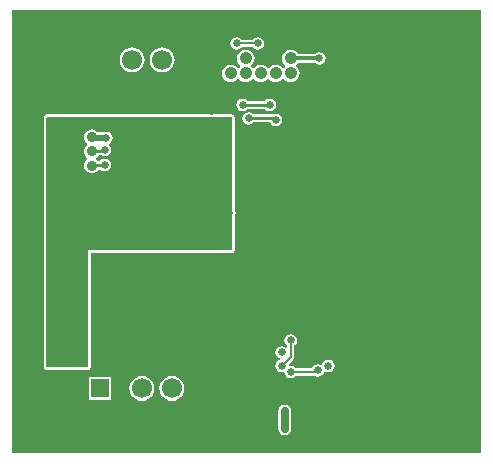
<source format=gbl>
G04*
G04 #@! TF.GenerationSoftware,Altium Limited,Altium Designer,18.0.12 (696)*
G04*
G04 Layer_Physical_Order=2*
G04 Layer_Color=8388608*
%FSAX24Y24*%
%MOIN*%
G70*
G01*
G75*
%ADD43C,0.0100*%
%ADD44C,0.0200*%
%ADD45C,0.0080*%
%ADD46C,0.0120*%
%ADD47C,0.0250*%
%ADD48R,0.0591X0.0591*%
%ADD49C,0.0591*%
%ADD50C,0.0669*%
%ADD51R,0.0669X0.0669*%
%ADD52C,0.0420*%
%ADD54C,0.1181*%
%ADD55C,0.0354*%
%ADD56C,0.0250*%
G36*
X038050Y023250D02*
X022400Y023250D01*
X022400Y038000D01*
X038050Y038000D01*
X038050Y023250D01*
D02*
G37*
%LPC*%
G36*
X030600Y037109D02*
X030520Y037093D01*
X030452Y037048D01*
X030435Y037022D01*
X030065D01*
X030048Y037048D01*
X029980Y037093D01*
X029900Y037109D01*
X029820Y037093D01*
X029752Y037048D01*
X029707Y036980D01*
X029691Y036900D01*
X029707Y036820D01*
X029752Y036752D01*
X029820Y036707D01*
X029900Y036691D01*
X029980Y036707D01*
X030048Y036752D01*
X030065Y036778D01*
X030435D01*
X030452Y036752D01*
X030520Y036707D01*
X030600Y036691D01*
X030680Y036707D01*
X030748Y036752D01*
X030793Y036820D01*
X030809Y036900D01*
X030793Y036980D01*
X030748Y037048D01*
X030680Y037093D01*
X030600Y037109D01*
D02*
G37*
G36*
X031700Y036693D02*
X031624Y036683D01*
X031554Y036653D01*
X031493Y036607D01*
X031447Y036546D01*
X031417Y036476D01*
X031407Y036400D01*
X031417Y036324D01*
X031447Y036254D01*
X031493Y036193D01*
X031517Y036175D01*
Y036125D01*
X031493Y036107D01*
X031475Y036083D01*
X031425D01*
X031407Y036107D01*
X031346Y036153D01*
X031276Y036183D01*
X031200Y036193D01*
X031124Y036183D01*
X031054Y036153D01*
X030993Y036107D01*
X030975Y036083D01*
X030925D01*
X030907Y036107D01*
X030846Y036153D01*
X030776Y036183D01*
X030700Y036193D01*
X030624Y036183D01*
X030554Y036153D01*
X030493Y036107D01*
X030475Y036083D01*
X030425D01*
X030407Y036107D01*
X030383Y036125D01*
Y036175D01*
X030407Y036193D01*
X030453Y036254D01*
X030483Y036324D01*
X030493Y036400D01*
X030483Y036476D01*
X030453Y036546D01*
X030407Y036607D01*
X030346Y036653D01*
X030276Y036683D01*
X030200Y036693D01*
X030124Y036683D01*
X030054Y036653D01*
X029993Y036607D01*
X029947Y036546D01*
X029917Y036476D01*
X029907Y036400D01*
X029917Y036324D01*
X029947Y036254D01*
X029993Y036193D01*
X030017Y036175D01*
Y036125D01*
X029993Y036107D01*
X029975Y036083D01*
X029925D01*
X029907Y036107D01*
X029846Y036153D01*
X029776Y036183D01*
X029700Y036193D01*
X029624Y036183D01*
X029554Y036153D01*
X029493Y036107D01*
X029447Y036046D01*
X029417Y035976D01*
X029407Y035900D01*
X029417Y035824D01*
X029447Y035754D01*
X029493Y035693D01*
X029554Y035647D01*
X029624Y035617D01*
X029700Y035607D01*
X029776Y035617D01*
X029846Y035647D01*
X029907Y035693D01*
X029925Y035717D01*
X029975D01*
X029993Y035693D01*
X030054Y035647D01*
X030124Y035617D01*
X030200Y035607D01*
X030276Y035617D01*
X030346Y035647D01*
X030407Y035693D01*
X030425Y035717D01*
X030475D01*
X030493Y035693D01*
X030554Y035647D01*
X030624Y035617D01*
X030700Y035607D01*
X030776Y035617D01*
X030846Y035647D01*
X030907Y035693D01*
X030925Y035717D01*
X030975D01*
X030993Y035693D01*
X031054Y035647D01*
X031124Y035617D01*
X031200Y035607D01*
X031276Y035617D01*
X031346Y035647D01*
X031407Y035693D01*
X031425Y035717D01*
X031475D01*
X031493Y035693D01*
X031554Y035647D01*
X031624Y035617D01*
X031700Y035607D01*
X031776Y035617D01*
X031846Y035647D01*
X031907Y035693D01*
X031953Y035754D01*
X031983Y035824D01*
X031993Y035900D01*
X031983Y035976D01*
X031953Y036046D01*
X031907Y036107D01*
X031883Y036125D01*
Y036175D01*
X031907Y036193D01*
X031953Y036254D01*
X031955Y036257D01*
X032499D01*
X032502Y036252D01*
X032570Y036207D01*
X032650Y036191D01*
X032730Y036207D01*
X032798Y036252D01*
X032843Y036320D01*
X032859Y036400D01*
X032843Y036480D01*
X032798Y036548D01*
X032730Y036593D01*
X032650Y036609D01*
X032570Y036593D01*
X032502Y036548D01*
X032499Y036543D01*
X031955D01*
X031953Y036546D01*
X031907Y036607D01*
X031846Y036653D01*
X031776Y036683D01*
X031700Y036693D01*
D02*
G37*
G36*
X026413Y036768D02*
X026305Y036754D01*
X026204Y036712D01*
X026118Y036646D01*
X026051Y036559D01*
X026009Y036458D01*
X025995Y036350D01*
X026009Y036242D01*
X026051Y036141D01*
X026118Y036054D01*
X026204Y035988D01*
X026305Y035946D01*
X026413Y035932D01*
X026522Y035946D01*
X026623Y035988D01*
X026709Y036054D01*
X026776Y036141D01*
X026817Y036242D01*
X026832Y036350D01*
X026817Y036458D01*
X026776Y036559D01*
X026709Y036646D01*
X026623Y036712D01*
X026522Y036754D01*
X026413Y036768D01*
D02*
G37*
G36*
X027413Y036768D02*
X027305Y036754D01*
X027204Y036712D01*
X027118Y036646D01*
X027051Y036559D01*
X027009Y036458D01*
X026995Y036350D01*
X027009Y036242D01*
X027051Y036141D01*
X027118Y036054D01*
X027204Y035988D01*
X027305Y035946D01*
X027413Y035932D01*
X027522Y035946D01*
X027622Y035988D01*
X027709Y036054D01*
X027776Y036141D01*
X027817Y036242D01*
X027832Y036350D01*
X027817Y036458D01*
X027776Y036559D01*
X027709Y036646D01*
X027622Y036712D01*
X027522Y036754D01*
X027413Y036768D01*
D02*
G37*
G36*
X031000Y035059D02*
X030920Y035043D01*
X030852Y034998D01*
X030842Y034983D01*
X030258D01*
X030248Y034998D01*
X030180Y035043D01*
X030100Y035059D01*
X030020Y035043D01*
X029952Y034998D01*
X029907Y034930D01*
X029891Y034850D01*
X029907Y034770D01*
X029952Y034702D01*
X030020Y034657D01*
X030100Y034641D01*
X030180Y034657D01*
X030248Y034702D01*
X030258Y034717D01*
X030842D01*
X030852Y034702D01*
X030920Y034657D01*
X031000Y034641D01*
X031080Y034657D01*
X031148Y034702D01*
X031193Y034770D01*
X031209Y034850D01*
X031193Y034930D01*
X031148Y034998D01*
X031080Y035043D01*
X031000Y035059D01*
D02*
G37*
G36*
X030297Y034609D02*
X030217Y034593D01*
X030149Y034548D01*
X030104Y034480D01*
X030088Y034400D01*
X030104Y034320D01*
X030149Y034252D01*
X030217Y034207D01*
X030297Y034191D01*
X030377Y034207D01*
X030445Y034252D01*
X030455Y034267D01*
X031009D01*
X031052Y034202D01*
X031120Y034157D01*
X031200Y034141D01*
X031280Y034157D01*
X031348Y034202D01*
X031393Y034270D01*
X031409Y034350D01*
X031393Y034430D01*
X031348Y034498D01*
X031280Y034543D01*
X031200Y034559D01*
X031120Y034543D01*
X031104Y034533D01*
X030455D01*
X030445Y034548D01*
X030377Y034593D01*
X030297Y034609D01*
D02*
G37*
G36*
X023550Y034532D02*
X023519Y034525D01*
X023492Y034508D01*
X023475Y034481D01*
X023468Y034450D01*
X023468Y030989D01*
X023468Y026100D01*
X023475Y026069D01*
X023492Y026042D01*
X023519Y026025D01*
X023550Y026018D01*
X024950Y026018D01*
X024981Y026025D01*
X025008Y026042D01*
X025025Y026069D01*
X025032Y026100D01*
X025032Y029918D01*
X029750Y029918D01*
X029781Y029925D01*
X029808Y029942D01*
X029825Y029969D01*
X029832Y030000D01*
Y031153D01*
X029843Y031170D01*
X029859Y031250D01*
X029843Y031330D01*
X029832Y031347D01*
X029832Y034450D01*
X029825Y034481D01*
X029808Y034508D01*
X029781Y034525D01*
X029750Y034532D01*
X029095D01*
X029087Y034530D01*
X029079D01*
X029050Y034524D01*
X029021Y034530D01*
X029013D01*
X029005Y034532D01*
X023550Y034532D01*
D02*
G37*
G36*
X031700Y027209D02*
X031620Y027193D01*
X031552Y027148D01*
X031507Y027080D01*
X031491Y027000D01*
X031507Y026920D01*
X031552Y026852D01*
X031578Y026835D01*
Y026786D01*
X031528Y026761D01*
X031480Y026793D01*
X031400Y026809D01*
X031320Y026793D01*
X031252Y026748D01*
X031207Y026680D01*
X031191Y026600D01*
X031207Y026520D01*
X031252Y026452D01*
X031320Y026407D01*
X031352Y026400D01*
Y026350D01*
X031320Y026343D01*
X031252Y026298D01*
X031207Y026230D01*
X031191Y026150D01*
X031207Y026070D01*
X031252Y026002D01*
X031320Y025957D01*
X031400Y025941D01*
X031444Y025950D01*
X031483Y025950D01*
X031498Y025913D01*
X031507Y025870D01*
X031552Y025802D01*
X031620Y025757D01*
X031700Y025741D01*
X031780Y025757D01*
X031848Y025802D01*
X031865Y025828D01*
X032489D01*
X032520Y025807D01*
X032600Y025791D01*
X032680Y025807D01*
X032748Y025852D01*
X032793Y025920D01*
X032800Y025954D01*
X032846Y025973D01*
X032870Y025957D01*
X032950Y025941D01*
X033030Y025957D01*
X033098Y026002D01*
X033143Y026070D01*
X033159Y026150D01*
X033143Y026230D01*
X033098Y026298D01*
X033030Y026343D01*
X032950Y026359D01*
X032870Y026343D01*
X032802Y026298D01*
X032757Y026230D01*
X032750Y026196D01*
X032704Y026177D01*
X032680Y026193D01*
X032600Y026209D01*
X032520Y026193D01*
X032452Y026148D01*
X032407Y026080D01*
X032405Y026072D01*
X031865D01*
X031848Y026098D01*
X031780Y026143D01*
X031700Y026159D01*
X031656Y026150D01*
X031646Y026156D01*
X031633Y026210D01*
X031787Y026363D01*
X031813Y026403D01*
X031822Y026450D01*
Y026835D01*
X031848Y026852D01*
X031893Y026920D01*
X031909Y027000D01*
X031893Y027080D01*
X031848Y027148D01*
X031780Y027193D01*
X031700Y027209D01*
D02*
G37*
G36*
X025725Y025775D02*
X024975D01*
Y025025D01*
X025725D01*
Y025775D01*
D02*
G37*
G36*
X027737Y025818D02*
X027628Y025804D01*
X027527Y025762D01*
X027441Y025696D01*
X027374Y025609D01*
X027333Y025508D01*
X027318Y025400D01*
X027333Y025292D01*
X027374Y025191D01*
X027441Y025104D01*
X027527Y025038D01*
X027628Y024996D01*
X027737Y024982D01*
X027845Y024996D01*
X027946Y025038D01*
X028032Y025104D01*
X028099Y025191D01*
X028141Y025292D01*
X028155Y025400D01*
X028141Y025508D01*
X028099Y025609D01*
X028032Y025696D01*
X027946Y025762D01*
X027845Y025804D01*
X027737Y025818D01*
D02*
G37*
G36*
X026737D02*
X026628Y025804D01*
X026528Y025762D01*
X026441Y025696D01*
X026374Y025609D01*
X026333Y025508D01*
X026318Y025400D01*
X026333Y025292D01*
X026374Y025191D01*
X026441Y025104D01*
X026528Y025038D01*
X026628Y024996D01*
X026737Y024982D01*
X026845Y024996D01*
X026946Y025038D01*
X027032Y025104D01*
X027099Y025191D01*
X027141Y025292D01*
X027155Y025400D01*
X027141Y025508D01*
X027099Y025609D01*
X027032Y025696D01*
X026946Y025762D01*
X026845Y025804D01*
X026737Y025818D01*
D02*
G37*
G36*
X031500Y024859D02*
X031420Y024843D01*
X031352Y024798D01*
X031307Y024730D01*
X031291Y024650D01*
Y024050D01*
X031307Y023970D01*
X031352Y023902D01*
X031420Y023857D01*
X031500Y023841D01*
X031580Y023857D01*
X031648Y023902D01*
X031693Y023970D01*
X031709Y024050D01*
Y024650D01*
X031693Y024730D01*
X031648Y024798D01*
X031580Y024843D01*
X031500Y024859D01*
D02*
G37*
%LPD*%
G36*
X029005Y034450D02*
X029050Y034441D01*
X029095Y034450D01*
X029742D01*
X029749Y034449D01*
X029750Y034442D01*
X029750Y030047D01*
X029703Y030000D01*
X025032Y030000D01*
X024950D01*
X024950Y026100D01*
X023550Y026100D01*
X023550Y031329D01*
X023550Y034403D01*
X023597Y034450D01*
X029005Y034450D01*
D02*
G37*
%LPC*%
G36*
X025071Y034032D02*
X025004Y034023D01*
X024942Y033997D01*
X024888Y033956D01*
X024847Y033902D01*
X024821Y033840D01*
X024812Y033772D01*
X024821Y033705D01*
X024847Y033643D01*
X024888Y033589D01*
X024918Y033566D01*
X024918Y033566D01*
Y033506D01*
X024918Y033506D01*
X024888Y033483D01*
X024847Y033430D01*
X024821Y033367D01*
X024812Y033300D01*
X024821Y033233D01*
X024847Y033170D01*
X024888Y033117D01*
X024918Y033094D01*
X024918Y033094D01*
Y033034D01*
X024918Y033034D01*
X024888Y033011D01*
X024847Y032957D01*
X024821Y032895D01*
X024812Y032828D01*
X024821Y032760D01*
X024847Y032698D01*
X024888Y032644D01*
X024942Y032603D01*
X025004Y032577D01*
X025071Y032568D01*
X025138Y032577D01*
X025201Y032603D01*
X025255Y032644D01*
X025296Y032698D01*
X025298Y032703D01*
X025350Y032705D01*
X025352Y032702D01*
X025420Y032657D01*
X025500Y032641D01*
X025580Y032657D01*
X025648Y032702D01*
X025693Y032770D01*
X025709Y032850D01*
X025693Y032930D01*
X025648Y032998D01*
X025580Y033043D01*
X025500Y033059D01*
X025420Y033043D01*
X025352Y032998D01*
X025342Y032983D01*
X025276D01*
X025255Y033011D01*
X025225Y033034D01*
X025225Y033034D01*
Y033094D01*
X025225Y033094D01*
X025255Y033117D01*
X025294Y033167D01*
X025404D01*
X025420Y033157D01*
X025500Y033141D01*
X025580Y033157D01*
X025648Y033202D01*
X025693Y033270D01*
X025709Y033350D01*
X025693Y033430D01*
X025648Y033498D01*
X025634Y033507D01*
X025633Y033525D01*
X025640Y033563D01*
X025698Y033602D01*
X025743Y033670D01*
X025759Y033750D01*
X025743Y033830D01*
X025698Y033898D01*
X025630Y033943D01*
X025550Y033959D01*
X025470Y033943D01*
X025456Y033934D01*
X025272D01*
X025255Y033956D01*
X025201Y033997D01*
X025138Y034023D01*
X025071Y034032D01*
D02*
G37*
%LPD*%
D43*
Y032828D02*
X025094Y032850D01*
X025500D01*
X025071Y033300D02*
X025450D01*
X025500Y033350D01*
X030297Y034400D02*
X031150D01*
X031200Y034350D01*
X030100Y034850D02*
X031000D01*
D44*
X025094Y033750D02*
X025550D01*
D45*
X029900Y036900D02*
X030600D01*
X032550Y025950D02*
X032600Y026000D01*
X031700Y025950D02*
X032550D01*
X031700Y026450D02*
Y027000D01*
X031400Y026150D02*
X031700Y026450D01*
D46*
Y036400D02*
X032650D01*
D47*
X031500Y024050D02*
Y024650D01*
D48*
X025350Y025400D02*
D03*
D49*
X024350D02*
D03*
X024150Y033300D02*
D03*
D50*
X027413Y036350D02*
D03*
X026413Y036350D02*
D03*
X026737Y025400D02*
D03*
X027737D02*
D03*
D51*
X025400Y036350D02*
D03*
X028750Y025400D02*
D03*
D52*
X031200Y035900D02*
D03*
X029700Y035900D02*
D03*
X030200Y035900D02*
D03*
X031700D02*
D03*
X030700Y035900D02*
D03*
X029700Y036400D02*
D03*
X030200Y036400D02*
D03*
X030700Y036400D02*
D03*
X031200D02*
D03*
X031700D02*
D03*
D54*
X024150Y033300D02*
D03*
D55*
X025071D02*
D03*
Y032828D02*
D03*
Y033772D02*
D03*
D56*
X025850Y031250D02*
D03*
X030297Y034400D02*
D03*
X029650Y031250D02*
D03*
X025500Y033350D02*
D03*
Y032850D02*
D03*
X024800Y034250D02*
D03*
X025550Y033750D02*
D03*
X026900Y033850D02*
D03*
X028200Y030300D02*
D03*
X027600Y030350D02*
D03*
X024100Y027450D02*
D03*
X024050Y028800D02*
D03*
Y028050D02*
D03*
Y030350D02*
D03*
Y029600D02*
D03*
X032650Y036400D02*
D03*
X029900Y036900D02*
D03*
X029050Y034650D02*
D03*
X027450Y034700D02*
D03*
X025650Y034900D02*
D03*
X030400Y029300D02*
D03*
Y030850D02*
D03*
Y032400D02*
D03*
X033350Y029300D02*
D03*
Y030850D02*
D03*
Y032750D02*
D03*
X031800Y029300D02*
D03*
Y030650D02*
D03*
Y032400D02*
D03*
X032500Y037500D02*
D03*
X024850Y035400D02*
D03*
X026400D02*
D03*
X027850Y037500D02*
D03*
X029400D02*
D03*
X030950D02*
D03*
X023100Y037500D02*
D03*
X024750Y037500D02*
D03*
X026300D02*
D03*
X023100Y035956D02*
D03*
Y034411D02*
D03*
Y032867D02*
D03*
Y031322D02*
D03*
Y029778D02*
D03*
Y028233D02*
D03*
Y026689D02*
D03*
Y025144D02*
D03*
Y023600D02*
D03*
X027900D02*
D03*
X026350D02*
D03*
X024800D02*
D03*
X032550D02*
D03*
X031000D02*
D03*
X029450D02*
D03*
X037250D02*
D03*
X035650D02*
D03*
X034100D02*
D03*
X037250Y025144D02*
D03*
Y026689D02*
D03*
Y028233D02*
D03*
Y029778D02*
D03*
Y031322D02*
D03*
Y032867D02*
D03*
X034050Y034450D02*
D03*
X035600D02*
D03*
X037250Y034411D02*
D03*
X034050Y035956D02*
D03*
X035600D02*
D03*
X037250D02*
D03*
Y037500D02*
D03*
X035600Y037500D02*
D03*
X034050D02*
D03*
X032300Y025150D02*
D03*
X032000D02*
D03*
X031700D02*
D03*
X031500Y024050D02*
D03*
Y024650D02*
D03*
X030600Y036900D02*
D03*
X027900Y028200D02*
D03*
X031250Y025400D02*
D03*
X027450Y027850D02*
D03*
X027750Y028600D02*
D03*
X025400Y027050D02*
D03*
X025650Y029300D02*
D03*
X036300Y026250D02*
D03*
X035600Y032300D02*
D03*
X036350Y025550D02*
D03*
X036400Y027200D02*
D03*
X034900Y026000D02*
D03*
X029600Y029050D02*
D03*
X027581Y032176D02*
D03*
X029600Y031900D02*
D03*
X028200Y031800D02*
D03*
X027300Y031500D02*
D03*
X024600Y031150D02*
D03*
X024500Y032350D02*
D03*
X025750Y032200D02*
D03*
X023850Y032350D02*
D03*
X023800Y034250D02*
D03*
X032300Y024450D02*
D03*
X031700Y025950D02*
D03*
Y027000D02*
D03*
X031400Y026150D02*
D03*
X032950D02*
D03*
X031400Y026600D02*
D03*
X028550Y034900D02*
D03*
X031200Y034350D02*
D03*
X031000Y034850D02*
D03*
X030100D02*
D03*
X029150Y027100D02*
D03*
X032600Y026000D02*
D03*
X027750Y029500D02*
D03*
X029550Y029750D02*
D03*
X030800Y028600D02*
D03*
X034650Y032650D02*
D03*
M02*

</source>
